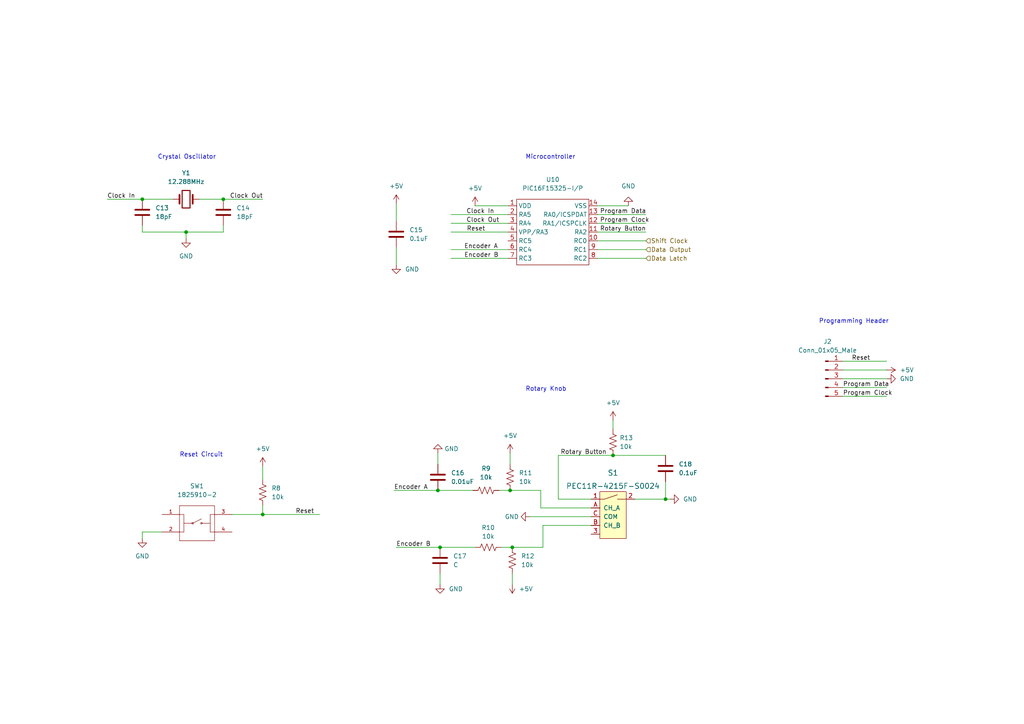
<source format=kicad_sch>
(kicad_sch (version 20211123) (generator eeschema)
  (paper "A4")
  (lib_symbols
    (symbol "1825910-2:1825910-2" (pin_names (offset 1.016) hide)
      (property "Reference" "SW" (at -5.08 5.842 0))
      (property "Value" "1825910-2" (at -5.08 -7.62 0))
      (symbol "1825910-2_0_0"
        (circle (center -1.27 0) (radius 0.254) (stroke (width 0.127)))
        (polyline (pts (xy -5.08 -5.08) (xy 5.08 -5.08)) (stroke (width 0.127)))
        (polyline (pts (xy -5.08 -2.54) (xy -5.08 -5.08)) (stroke (width 0.127)))
        (polyline (pts (xy -5.08 2.54) (xy -5.08 -2.54)) (stroke (width 0.127)))
        (polyline (pts (xy -5.08 2.54) (xy -3.81 2.54)) (stroke (width 0.127)))
        (polyline (pts (xy -5.08 5.08) (xy -5.08 2.54)) (stroke (width 0.127)))
        (polyline (pts (xy -5.08 5.08) (xy 5.08 5.08)) (stroke (width 0.127)))
        (polyline (pts (xy -3.81 -2.54) (xy -5.08 -2.54)) (stroke (width 0.127)))
        (polyline (pts (xy -3.81 0) (xy -3.81 -2.54)) (stroke (width 0.127)))
        (polyline (pts (xy -3.81 0) (xy -1.27 0)) (stroke (width 0.127)))
        (polyline (pts (xy -3.81 2.54) (xy -3.81 0)) (stroke (width 0.127)))
        (polyline (pts (xy -1.27 0) (xy 1.27 1.27)) (stroke (width 0.127)))
        (polyline (pts (xy 1.27 0) (xy 3.81 0)) (stroke (width 0.127)))
        (polyline (pts (xy 3.81 -2.54) (xy 5.08 -2.54)) (stroke (width 0.127)))
        (polyline (pts (xy 3.81 0) (xy 3.81 -2.54)) (stroke (width 0.127)))
        (polyline (pts (xy 3.81 0) (xy 3.81 2.54)) (stroke (width 0.127)))
        (polyline (pts (xy 3.81 2.54) (xy 5.08 2.54)) (stroke (width 0.127)))
        (polyline (pts (xy 5.08 -2.54) (xy 5.08 -5.08)) (stroke (width 0.127)))
        (polyline (pts (xy 5.08 2.54) (xy 5.08 -2.54)) (stroke (width 0.127)))
        (polyline (pts (xy 5.08 5.08) (xy 5.08 2.54)) (stroke (width 0.127)))
        (circle (center 1.27 0) (radius 0.254) (stroke (width 0.127)))
        (pin passive line (at -10.16 2.54 0) (length 5.08) (name "~") (number "1"))
        (pin passive line (at -10.16 -2.54 0) (length 5.08) (name "~") (number "2"))
        (pin passive line (at 10.16 2.54 180) (length 5.08) (name "~") (number "3"))
        (pin passive line (at 10.16 -2.54 180) (length 5.08) (name "~") (number "4"))
      )
    )
    (symbol "Connector:Conn_01x05_Male" (pin_names (offset 1.016) hide)
      (property "Reference" "J" (at 0 7.62 0))
      (property "Value" "Conn_01x05_Male" (at 0 -7.62 0))
      (symbol "Conn_01x05_Male_1_1"
        (polyline (pts (xy 1.27 -5.08) (xy 0.8636 -5.08)) (stroke (width 0.1524)))
        (polyline (pts (xy 1.27 -2.54) (xy 0.8636 -2.54)) (stroke (width 0.1524)))
        (polyline (pts (xy 1.27 0) (xy 0.8636 0)) (stroke (width 0.1524)))
        (polyline (pts (xy 1.27 2.54) (xy 0.8636 2.54)) (stroke (width 0.1524)))
        (polyline (pts (xy 1.27 5.08) (xy 0.8636 5.08)) (stroke (width 0.1524)))
        (rectangle (start 0.8636 -4.953) (end 0 -5.207) (stroke (width 0.1524)) (fill (type outline)))
        (rectangle (start 0.8636 -2.413) (end 0 -2.667) (stroke (width 0.1524)) (fill (type outline)))
        (rectangle (start 0.8636 0.127) (end 0 -0.127) (stroke (width 0.1524)) (fill (type outline)))
        (rectangle (start 0.8636 2.667) (end 0 2.413) (stroke (width 0.1524)) (fill (type outline)))
        (rectangle (start 0.8636 5.207) (end 0 4.953) (stroke (width 0.1524)) (fill (type outline)))
        (pin passive line (at 5.08 5.08 180) (length 3.81) (name "Pin_1") (number "1"))
        (pin passive line (at 5.08 2.54 180) (length 3.81) (name "Pin_2") (number "2"))
        (pin passive line (at 5.08 0 180) (length 3.81) (name "Pin_3") (number "3"))
        (pin passive line (at 5.08 -2.54 180) (length 3.81) (name "Pin_4") (number "4"))
        (pin passive line (at 5.08 -5.08 180) (length 3.81) (name "Pin_5") (number "5"))
      )
    )
    (symbol "Device:C" (pin_numbers hide) (pin_names (offset 0.254))
      (property "Reference" "C" (at 0.635 2.54 0))
      (property "Value" "C" (at 0.635 -2.54 0))
      (symbol "C_0_1"
        (polyline (pts (xy -2.032 -0.762) (xy 2.032 -0.762)) (stroke (width 0.508)))
        (polyline (pts (xy -2.032 0.762) (xy 2.032 0.762)) (stroke (width 0.508)))
      )
      (symbol "C_1_1"
        (pin passive line (at 0 3.81 270) (length 2.794) (name "~") (number "1"))
        (pin passive line (at 0 -3.81 90) (length 2.794) (name "~") (number "2"))
      )
    )
    (symbol "Device:Crystal" (pin_numbers hide) (pin_names (offset 1.016) hide)
      (property "Reference" "Y" (at 0 3.81 0))
      (property "Value" "Crystal" (at 0 -3.81 0))
      (symbol "Crystal_0_1"
        (rectangle (start -1.143 2.54) (end 1.143 -2.54) (stroke (width 0.3048)))
        (polyline (pts (xy -2.54 0) (xy -1.905 0)))
        (polyline (pts (xy -1.905 -1.27) (xy -1.905 1.27)) (stroke (width 0.508)))
        (polyline (pts (xy 1.905 -1.27) (xy 1.905 1.27)) (stroke (width 0.508)))
        (polyline (pts (xy 2.54 0) (xy 1.905 0)))
      )
      (symbol "Crystal_1_1"
        (pin passive line (at -3.81 0 0) (length 1.27) (name "1") (number "1"))
        (pin passive line (at 3.81 0 180) (length 1.27) (name "2") (number "2"))
      )
    )
    (symbol "Device:R_US" (pin_numbers hide) (pin_names (offset 0))
      (property "Reference" "R" (at 2.54 0 90))
      (property "Value" "R_US" (at -2.54 0 90))
      (symbol "R_US_0_1"
        (polyline (pts (xy 0 -2.286) (xy 0 -2.54)))
        (polyline (pts (xy 0 2.286) (xy 0 2.54)))
        (polyline (pts (xy 0 -0.762) (xy 1.016 -1.143) (xy 0 -1.524) (xy -1.016 -1.905) (xy 0 -2.286)))
        (polyline (pts (xy 0 0.762) (xy 1.016 0.381) (xy 0 0) (xy -1.016 -0.381) (xy 0 -0.762)))
        (polyline (pts (xy 0 2.286) (xy 1.016 1.905) (xy 0 1.524) (xy -1.016 1.143) (xy 0 0.762)))
      )
      (symbol "R_US_1_1"
        (pin passive line (at 0 3.81 270) (length 1.27) (name "~") (number "1"))
        (pin passive line (at 0 -3.81 90) (length 1.27) (name "~") (number "2"))
      )
    )
    (symbol "PIC16F15325:PIC16F15325-I{slash}P"
      (property "Reference" "U" (at -0.635 10.16 0))
      (property "Value" "PIC16F15325-I{slash}P" (at 0 8.255 0))
      (symbol "PIC16F15325-I{slash}P_0_1"
        (rectangle (start -10.795 6.985) (end 10.16 -12.065))
      )
      (symbol "PIC16F15325-I{slash}P_1_1"
        (pin power_in line (at -13.335 5.08 0) (length 2.54) (name "VDD") (number "1"))
        (pin bidirectional line (at 12.7 -5.08 180) (length 2.54) (name "RC0") (number "10"))
        (pin bidirectional line (at 12.7 -2.54 180) (length 2.54) (name "RA2") (number "11"))
        (pin bidirectional line (at 12.7 0 180) (length 2.54) (name "RA1/ICSPCLK") (number "12"))
        (pin bidirectional line (at 12.7 2.54 180) (length 2.54) (name "RA0/ICSPDAT") (number "13"))
        (pin power_in line (at 12.7 5.08 180) (length 2.54) (name "VSS") (number "14"))
        (pin bidirectional line (at -13.335 2.54 0) (length 2.54) (name "RA5") (number "2"))
        (pin bidirectional line (at -13.335 0 0) (length 2.54) (name "RA4") (number "3"))
        (pin bidirectional line (at -13.335 -2.54 0) (length 2.54) (name "VPP/RA3") (number "4"))
        (pin bidirectional line (at -13.335 -5.08 0) (length 2.54) (name "RC5") (number "5"))
        (pin bidirectional line (at -13.335 -7.62 0) (length 2.54) (name "RC4") (number "6"))
        (pin bidirectional line (at -13.335 -10.16 0) (length 2.54) (name "RC3") (number "7"))
        (pin bidirectional line (at 12.7 -10.16 180) (length 2.54) (name "RC2") (number "8"))
        (pin bidirectional line (at 12.7 -7.62 180) (length 2.54) (name "RC1") (number "9"))
      )
    )
    (symbol "dk_Encoders:PEC11R-4215F-S0024" (pin_names (offset 1.016))
      (property "Reference" "S" (at -1.27 5.715 0))
      (property "Value" "PEC11R-4215F-S0024" (at -1.27 -9.906 0))
      (symbol "PEC11R-4215F-S0024_0_1"
        (rectangle (start -5.08 4.699) (end 2.54 -8.89) (fill (type background)))
        (polyline (pts (xy 0 2.54) (xy 2.54 2.54)))
        (polyline (pts (xy -5.08 2.54) (xy -3.81 2.54) (xy 0 3.81)))
      )
      (symbol "PEC11R-4215F-S0024_1_1"
        (pin bidirectional line (at -7.62 2.54 0) (length 2.54) (name "~") (number "1"))
        (pin bidirectional line (at 5.08 2.54 180) (length 2.54) (name "~") (number "2"))
        (pin unspecified line (at -7.62 -7.62 0) (length 2.54) (name "~") (number "3"))
        (pin bidirectional line (at -7.62 0 0) (length 2.54) (name "CH_A") (number "A"))
        (pin bidirectional line (at -7.62 -5.08 0) (length 2.54) (name "CH_B") (number "B"))
        (pin input line (at -7.62 -2.54 0) (length 2.54) (name "COM") (number "C"))
      )
    )
    (symbol "power:+5V" (power) (pin_names (offset 0))
      (property "Value" "+5V" (at 0 3.556 0))
      (symbol "+5V_0_1"
        (polyline (pts (xy -0.762 1.27) (xy 0 2.54)))
        (polyline (pts (xy 0 0) (xy 0 2.54)))
        (polyline (pts (xy 0 2.54) (xy 0.762 1.27)))
      )
      (symbol "+5V_1_1"
        (pin power_in line (at 0 0 90) (length 0) hide (name "+5V") (number "1"))
      )
    )
    (symbol "power:GND" (power) (pin_names (offset 0))
      (property "Value" "GND" (at 0 -3.81 0))
      (symbol "GND_0_1"
        (polyline (pts (xy 0 0) (xy 0 -1.27) (xy 1.27 -1.27) (xy 0 -2.54) (xy -1.27 -1.27) (xy 0 -1.27)))
      )
      (symbol "GND_1_1"
        (pin power_in line (at 0 0 270) (length 0) hide (name "GND") (number "1"))
      )
    )
  )
  (junction (at 177.8 132.08))
  (junction (at 127 142.24))
  (junction (at 193.04 144.78))
  (junction (at 53.975 67.31))
  (junction (at 147.955 142.24))
  (junction (at 76.2 149.225))
  (junction (at 64.77 57.785))
  (junction (at 148.59 158.75))
  (junction (at 41.275 57.785))
  (junction (at 127.635 158.75))
  (wire (pts (xy 161.925 132.08) (xy 177.8 132.08)))
  (wire (pts (xy 244.475 104.775) (xy 257.175 104.775)))
  (wire (pts (xy 31.115 57.785) (xy 41.275 57.785)))
  (wire (pts (xy 177.8 121.92) (xy 177.8 124.46)))
  (wire (pts (xy 127 131.445) (xy 127 134.62)))
  (wire (pts (xy 147.955 131.445) (xy 147.955 134.62)))
  (wire (pts (xy 173.355 62.23) (xy 187.325 62.23)))
  (wire (pts (xy 161.925 144.78) (xy 161.925 132.08)))
  (wire (pts (xy 114.935 158.75) (xy 127.635 158.75)))
  (wire (pts (xy 46.99 154.305) (xy 41.275 154.305)))
  (wire (pts (xy 130.81 62.23) (xy 147.32 62.23)))
  (wire (pts (xy 53.975 67.31) (xy 53.975 69.215)))
  (wire (pts (xy 64.77 57.785) (xy 76.2 57.785)))
  (wire (pts (xy 153.67 149.86) (xy 171.45 149.86)))
  (wire (pts (xy 156.845 142.24) (xy 156.845 147.32)))
  (wire (pts (xy 67.31 149.225) (xy 76.2 149.225)))
  (wire (pts (xy 64.77 65.405) (xy 64.77 67.31)))
  (wire (pts (xy 127.635 166.37) (xy 127.635 169.545)))
  (wire (pts (xy 177.8 132.08) (xy 193.04 132.08)))
  (wire (pts (xy 137.795 59.69) (xy 147.32 59.69)))
  (wire (pts (xy 76.2 135.255) (xy 76.2 139.065)))
  (wire (pts (xy 157.48 152.4) (xy 157.48 158.75)))
  (wire (pts (xy 64.77 67.31) (xy 53.975 67.31)))
  (wire (pts (xy 41.275 57.785) (xy 50.165 57.785)))
  (wire (pts (xy 193.04 139.7) (xy 193.04 144.78)))
  (wire (pts (xy 148.59 166.37) (xy 148.59 169.545)))
  (wire (pts (xy 41.275 65.405) (xy 41.275 67.31)))
  (wire (pts (xy 130.81 64.77) (xy 147.32 64.77)))
  (wire (pts (xy 173.355 69.85) (xy 187.325 69.85)))
  (wire (pts (xy 157.48 158.75) (xy 148.59 158.75)))
  (wire (pts (xy 130.81 67.31) (xy 147.32 67.31)))
  (wire (pts (xy 171.45 152.4) (xy 157.48 152.4)))
  (wire (pts (xy 244.475 114.935) (xy 257.175 114.935)))
  (wire (pts (xy 148.59 158.75) (xy 145.415 158.75)))
  (wire (pts (xy 41.275 154.305) (xy 41.275 156.21)))
  (wire (pts (xy 144.78 142.24) (xy 147.955 142.24)))
  (wire (pts (xy 173.355 74.93) (xy 187.325 74.93)))
  (wire (pts (xy 127.635 158.75) (xy 137.795 158.75)))
  (wire (pts (xy 76.2 149.225) (xy 92.71 149.225)))
  (wire (pts (xy 130.81 72.39) (xy 147.32 72.39)))
  (wire (pts (xy 244.475 109.855) (xy 257.175 109.855)))
  (wire (pts (xy 244.475 112.395) (xy 257.175 112.395)))
  (wire (pts (xy 127 142.24) (xy 137.16 142.24)))
  (wire (pts (xy 173.355 59.69) (xy 182.245 59.69)))
  (wire (pts (xy 147.955 142.24) (xy 156.845 142.24)))
  (wire (pts (xy 184.15 144.78) (xy 193.04 144.78)))
  (wire (pts (xy 193.04 144.78) (xy 194.31 144.78)))
  (wire (pts (xy 130.81 74.93) (xy 147.32 74.93)))
  (wire (pts (xy 57.785 57.785) (xy 64.77 57.785)))
  (wire (pts (xy 173.355 67.31) (xy 187.325 67.31)))
  (wire (pts (xy 244.475 107.315) (xy 257.175 107.315)))
  (wire (pts (xy 41.275 67.31) (xy 53.975 67.31)))
  (wire (pts (xy 114.935 71.755) (xy 114.935 76.835)))
  (wire (pts (xy 156.845 147.32) (xy 171.45 147.32)))
  (wire (pts (xy 171.45 144.78) (xy 161.925 144.78)))
  (wire (pts (xy 114.3 142.24) (xy 127 142.24)))
  (wire (pts (xy 114.935 59.055) (xy 114.935 64.135)))
  (wire (pts (xy 173.355 72.39) (xy 187.325 72.39)))
  (wire (pts (xy 76.2 149.225) (xy 76.2 146.685)))
  (wire (pts (xy 173.355 64.77) (xy 187.325 64.77)))
  (text "Microcontroller\n" (at 152.4 46.355 0) (effects (font (size 1.27 1.27)) (justify left bottom)))
  (text "Reset Circuit\n" (at 52.07 132.715 0) (effects (font (size 1.27 1.27)) (justify left bottom)))
  (text "Programming Header\n" (at 237.49 93.98 0) (effects (font (size 1.27 1.27)) (justify left bottom)))
  (text "Rotary Knob" (at 152.4 113.665 0) (effects (font (size 1.27 1.27)) (justify left bottom)))
  (text "Crystal Oscillator\n" (at 45.72 46.355 0) (effects (font (size 1.27 1.27)) (justify left bottom)))
  (label "Reset" (at 247.015 104.775 0))
  (label "Program Data" (at 173.99 62.23 0))
  (label "Clock Out" (at 135.255 64.77 0))
  (label "Program Clock" (at 244.475 114.935 0))
  (label "Program Clock" (at 173.99 64.77 0))
  (label "Encoder A" (at 134.62 72.39 0))
  (label "Reset" (at 85.725 149.225 0))
  (label "Program Data" (at 244.475 112.395 0))
  (label "Reset" (at 135.354 67.31 0))
  (label "Encoder B" (at 114.935 158.75 0))
  (label "Clock In" (at 135.255 62.23 0))
  (label "Clock In" (at 31.115 57.785 0))
  (label "Encoder A" (at 114.3 142.24 0))
  (label "Clock Out" (at 66.675 57.785 0))
  (label "Rotary Button" (at 173.99 67.31 0))
  (label "Rotary Button" (at 162.56 132.08 0))
  (label "Encoder B" (at 134.62 74.93 0))
  (hierarchical_label "Data Latch" (shape input) (at 187.325 74.93 0))
  (hierarchical_label "Data Output" (shape input) (at 187.325 72.39 0))
  (hierarchical_label "Shift Clock" (shape input) (at 187.325 69.85 0))
  (symbol (lib_id "power:GND") (at 127 131.445 180) (unit 1)
    (property "Reference" "#PWR056" (effects hide))
    (property "Value" "GND" (at 128.905 130.1749 0) (effects (justify right)))
  )
  (symbol (lib_id "power:GND") (at 257.175 109.855 90) (unit 1)
    (property "Reference" "#PWR066" (effects hide))
    (property "Value" "GND" (at 260.985 109.8549 90) (effects (justify right)))
  )
  (symbol (lib_id "Device:R_US") (at 141.605 158.75 90) (unit 1)
    (property "Reference" "R10" (at 141.605 153.035 90))
    (property "Value" "10k" (at 141.605 155.575 90))
  )
  (symbol (lib_id "power:+5V") (at 148.59 169.545 180) (unit 1)
    (property "Reference" "#PWR060" (effects hide))
    (property "Value" "+5V" (at 150.495 170.8149 0) (effects (justify right)))
  )
  (symbol (lib_id "power:GND") (at 127.635 169.545 0) (unit 1)
    (property "Reference" "#PWR057" (effects hide))
    (property "Value" "GND" (at 130.175 170.8149 0) (effects (justify left)))
  )
  (symbol (lib_id "power:GND") (at 182.245 59.69 180) (unit 1)
    (property "Reference" "#PWR063" (effects hide))
    (property "Value" "GND" (at 182.245 53.975 0))
  )
  (symbol (lib_id "Device:C") (at 114.935 67.945 0) (unit 1)
    (property "Reference" "C15" (at 118.745 66.6749 0) (effects (justify left)))
    (property "Value" "0.1uF" (at 118.745 69.2149 0) (effects (justify left)))
  )
  (symbol (lib_id "dk_Encoders:PEC11R-4215F-S0024") (at 179.07 147.32 0) (unit 1)
    (property "Reference" "S1" (at 177.8 137.16 0) (effects (font (size 1.524 1.524))))
    (property "Value" "PEC11R-4215F-S0024" (at 177.8 140.97 0) (effects (font (size 1.524 1.524))))
    (property "Footprint" "digikey-footprints:Rotary_Encoder_Switched_PEC11R" (effects hide))
    (property "Datasheet" "https://www.bourns.com/docs/Product-Datasheets/PEC11R.pdf" (effects hide))
    (property "Digi-Key_PN" "PEC11R-4215F-S0024-ND" (effects hide))
    (property "MPN" "PEC11R-4215F-S0024" (effects hide))
    (property "Category" "Sensors, Transducers" (effects hide))
    (property "Family" "Encoders" (effects hide))
    (property "DK_Datasheet_Link" "https://www.bourns.com/docs/Product-Datasheets/PEC11R.pdf" (effects hide))
    (property "DK_Detail_Page" "/product-detail/en/bourns-inc/PEC11R-4215F-S0024/PEC11R-4215F-S0024-ND/4499665" (effects hide))
    (property "Description" "ROTARY ENCODER MECHANICAL 24PPR" (effects hide))
    (property "Manufacturer" "Bourns Inc." (effects hide))
    (property "Status" "Active" (effects hide))
  )
  (symbol (lib_id "Device:C") (at 64.77 61.595 0) (unit 1)
    (property "Reference" "C14" (at 68.58 60.3249 0) (effects (justify left)))
    (property "Value" "18pF" (at 68.58 62.8649 0) (effects (justify left)))
  )
  (symbol (lib_id "power:+5V") (at 147.955 131.445 0) (unit 1)
    (property "Reference" "#PWR059" (effects hide))
    (property "Value" "+5V" (at 147.955 126.365 0))
  )
  (symbol (lib_id "power:+5V") (at 76.2 135.255 0) (unit 1)
    (property "Reference" "#PWR053" (effects hide))
    (property "Value" "+5V" (at 76.2 130.175 0))
  )
  (symbol (lib_id "power:+5V") (at 114.935 59.055 0) (unit 1)
    (property "Reference" "#PWR054" (effects hide))
    (property "Value" "+5V" (at 114.935 53.975 0))
  )
  (symbol (lib_id "power:+5V") (at 257.175 107.315 270) (unit 1)
    (property "Reference" "#PWR065" (effects hide))
    (property "Value" "+5V" (at 260.985 107.3149 90) (effects (justify left)))
  )
  (symbol (lib_id "Device:R_US") (at 76.2 142.875 0) (unit 1)
    (property "Reference" "R8" (at 78.74 141.6049 0) (effects (justify left)))
    (property "Value" "10k" (at 78.74 144.1449 0) (effects (justify left)))
  )
  (symbol (lib_id "Device:R_US") (at 140.97 142.24 90) (unit 1)
    (property "Reference" "R9" (at 140.97 135.89 90))
    (property "Value" "10k" (at 140.97 138.43 90))
  )
  (symbol (lib_id "power:GND") (at 41.275 156.21 0) (unit 1)
    (property "Reference" "#PWR051" (effects hide))
    (property "Value" "GND" (at 41.275 161.29 0))
  )
  (symbol (lib_id "power:+5V") (at 137.795 59.69 0) (unit 1)
    (property "Reference" "#PWR058" (effects hide))
    (property "Value" "+5V" (at 137.795 54.61 0))
  )
  (symbol (lib_id "Device:C") (at 193.04 135.89 0) (unit 1)
    (property "Reference" "C18" (at 196.85 134.6199 0) (effects (justify left)))
    (property "Value" "0.1uF" (at 196.85 137.1599 0) (effects (justify left)))
  )
  (symbol (lib_id "power:GND") (at 153.67 149.86 270) (unit 1)
    (property "Reference" "#PWR061" (effects hide))
    (property "Value" "GND" (at 150.495 149.8599 90) (effects (justify right)))
  )
  (symbol (lib_id "Device:R_US") (at 177.8 128.27 0) (unit 1)
    (property "Reference" "R13" (at 179.705 126.9999 0) (effects (justify left)))
    (property "Value" "10k" (at 179.705 129.5399 0) (effects (justify left)))
  )
  (symbol (lib_id "Device:C") (at 127 138.43 0) (unit 1)
    (property "Reference" "C16" (at 130.81 137.1599 0) (effects (justify left)))
    (property "Value" "0.01uF" (at 130.81 139.6999 0) (effects (justify left)))
  )
  (symbol (lib_id "power:GND") (at 194.31 144.78 90) (unit 1)
    (property "Reference" "#PWR064" (effects hide))
    (property "Value" "GND" (at 198.12 144.7799 90) (effects (justify right)))
  )
  (symbol (lib_id "Connector:Conn_01x05_Male") (at 239.395 109.855 0) (unit 1)
    (property "Reference" "J2" (at 240.03 99.06 0))
    (property "Value" "Conn_01x05_Male" (at 240.03 101.6 0))
  )
  (symbol (lib_id "power:+5V") (at 177.8 121.92 0) (unit 1)
    (property "Reference" "#PWR062" (effects hide))
    (property "Value" "+5V" (at 177.8 116.84 0))
  )
  (symbol (lib_id "PIC16F15325:PIC16F15325-I{slash}P") (at 160.655 64.77 0) (unit 1)
    (property "Reference" "U10" (at 160.3375 52.07 0))
    (property "Value" "PIC16F15325-I/P" (at 160.3375 54.61 0))
    (property "Footprint" "Package_DIP:DIP-14_W7.62mm" (effects hide))
  )
  (symbol (lib_id "Device:R_US") (at 147.955 138.43 0) (unit 1)
    (property "Reference" "R11" (at 150.495 137.1599 0) (effects (justify left)))
    (property "Value" "10k" (at 150.495 139.6999 0) (effects (justify left)))
  )
  (symbol (lib_id "power:GND") (at 53.975 69.215 0) (unit 1)
    (property "Reference" "#PWR052" (effects hide))
    (property "Value" "GND" (at 53.975 74.295 0))
  )
  (symbol (lib_id "Device:Crystal") (at 53.975 57.785 0) (unit 1)
    (property "Reference" "Y1" (at 53.975 50.165 0))
    (property "Value" "12.288MHz" (at 53.975 52.705 0))
  )
  (symbol (lib_id "power:GND") (at 114.935 76.835 0) (unit 1)
    (property "Reference" "#PWR055" (effects hide))
    (property "Value" "GND" (at 117.475 78.1049 0) (effects (justify left)))
  )
  (symbol (lib_id "1825910-2:1825910-2") (at 57.15 151.765 0) (unit 1)
    (property "Reference" "SW1" (at 57.15 140.97 0))
    (property "Value" "1825910-2" (at 57.15 143.51 0))
    (property "Footprint" "1825910-2:TE_1825910-2" (effects hide))
    (property "EU_RoHS_Compliance" "Compliant" (effects hide))
    (property "Contact_Current_Rating" "50 mA" (effects hide))
    (property "Configuration_Pole-Throw" "Single Pole - Single Throw" (effects hide))
    (property "Comment" "1825910-2" (effects hide))
  )
  (symbol (lib_id "Device:C") (at 127.635 162.56 0) (unit 1)
    (property "Reference" "C17" (at 131.445 161.2899 0) (effects (justify left)))
    (property "Value" "C" (at 131.445 163.8299 0) (effects (justify left)))
  )
  (symbol (lib_id "Device:R_US") (at 148.59 162.56 0) (unit 1)
    (property "Reference" "R12" (at 151.13 161.2899 0) (effects (justify left)))
    (property "Value" "10k" (at 151.13 163.8299 0) (effects (justify left)))
  )
  (symbol (lib_id "Device:C") (at 41.275 61.595 0) (unit 1)
    (property "Reference" "C13" (at 45.085 60.3249 0) (effects (justify left)))
    (property "Value" "18pF" (at 45.085 62.8649 0) (effects (justify left)))
  )
)
</source>
